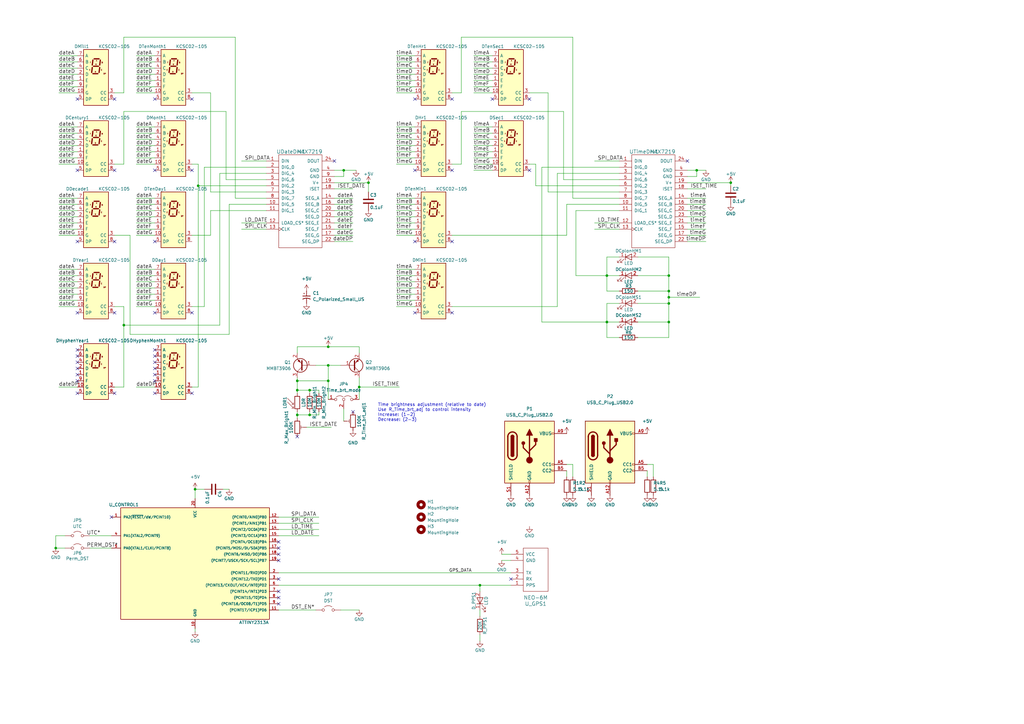
<source format=kicad_sch>
(kicad_sch (version 20231120) (generator "eeschema") (generator_version "8.0")
  (paper "A3")
  (junction (at 274.32 121.92))
  (junction (at 121.92 170.18))
  (junction (at 196.85 240.03))
  (junction (at 127 160.02))
  (junction (at 22.86 224.79))
  (junction (at 151.13 74.93))
  (junction (at 80.01 200.66))
  (junction (at 147.32 158.75))
  (junction (at 121.92 160.02))
  (junction (at 274.32 119.38))
  (junction (at 134.62 142.24))
  (junction (at 127 170.18))
  (junction (at 50.8 133.35))
  (junction (at 140.97 69.85))
  (junction (at 274.32 113.03))
  (junction (at 248.92 132.08))
  (junction (at 134.62 149.86))
  (junction (at 81.28 76.2))
  (junction (at 285.75 69.85))
  (junction (at 274.32 124.46))
  (junction (at 274.32 132.08))
  (junction (at 248.92 113.03))
  (junction (at 134.62 156.21))
  (junction (at 121.92 156.21))
  (junction (at 299.72 74.93))
  (no_connect (at 63.5 128.27))
  (no_connect (at 144.78 168.91))
  (no_connect (at 63.5 146.05))
  (no_connect (at 31.75 40.64))
  (no_connect (at 46.99 99.06))
  (no_connect (at 78.74 161.29))
  (no_connect (at 46.99 128.27))
  (no_connect (at 31.75 128.27))
  (no_connect (at 78.74 69.85))
  (no_connect (at 63.5 99.06))
  (no_connect (at 114.3 242.57))
  (no_connect (at 185.42 128.27))
  (no_connect (at 63.5 161.29))
  (no_connect (at 217.17 69.85))
  (no_connect (at 114.3 229.87))
  (no_connect (at 31.75 69.85))
  (no_connect (at 45.72 212.09))
  (no_connect (at 185.42 40.64))
  (no_connect (at 31.75 143.51))
  (no_connect (at 63.5 151.13))
  (no_connect (at 114.3 247.65))
  (no_connect (at 281.94 66.04))
  (no_connect (at 185.42 99.06))
  (no_connect (at 78.74 40.64))
  (no_connect (at 170.18 99.06))
  (no_connect (at 78.74 128.27))
  (no_connect (at 114.3 237.49))
  (no_connect (at 114.3 227.33))
  (no_connect (at 114.3 245.11))
  (no_connect (at 31.75 148.59))
  (no_connect (at 31.75 151.13))
  (no_connect (at 63.5 69.85))
  (no_connect (at 121.92 179.07))
  (no_connect (at 31.75 99.06))
  (no_connect (at 63.5 153.67))
  (no_connect (at 63.5 40.64))
  (no_connect (at 137.16 66.04))
  (no_connect (at 31.75 146.05))
  (no_connect (at 46.99 69.85))
  (no_connect (at 217.17 40.64))
  (no_connect (at 31.75 156.21))
  (no_connect (at 63.5 156.21))
  (no_connect (at 46.99 40.64))
  (no_connect (at 114.3 224.79))
  (no_connect (at 170.18 69.85))
  (no_connect (at 31.75 153.67))
  (no_connect (at 114.3 222.25))
  (no_connect (at 63.5 148.59))
  (no_connect (at 31.75 161.29))
  (no_connect (at 209.55 237.49))
  (no_connect (at 201.93 40.64))
  (no_connect (at 185.42 69.85))
  (no_connect (at 63.5 143.51))
  (no_connect (at 46.99 161.29))
  (no_connect (at 170.18 128.27))
  (no_connect (at 170.18 40.64))
  (wire (pts (xy 254 113.03) (xy 248.92 113.03)))
  (wire (pts (xy 274.32 121.92) (xy 287.02 121.92)))
  (wire (pts (xy 274.32 124.46) (xy 274.32 132.08)))
  (wire (pts (xy 31.75 57.15) (xy 24.13 57.15)))
  (wire (pts (xy 232.41 190.5) (xy 234.95 190.5)))
  (wire (pts (xy 170.18 115.57) (xy 162.56 115.57)))
  (wire (pts (xy 31.75 91.44) (xy 24.13 91.44)))
  (wire (pts (xy 134.62 149.86) (xy 139.7 149.86)))
  (wire (pts (xy 137.16 83.82) (xy 144.78 83.82)))
  (wire (pts (xy 274.32 138.43) (xy 274.32 132.08)))
  (wire (pts (xy 63.5 115.57) (xy 55.88 115.57)))
  (wire (pts (xy 93.98 83.82) (xy 109.22 83.82)))
  (wire (pts (xy 109.22 66.04) (xy 99.06 66.04)))
  (wire (pts (xy 31.75 118.11) (xy 24.13 118.11)))
  (wire (pts (xy 209.55 240.03) (xy 196.85 240.03)))
  (wire (pts (xy 121.92 168.91) (xy 121.92 170.18)))
  (wire (pts (xy 109.22 93.98) (xy 99.06 93.98)))
  (wire (pts (xy 201.93 22.86) (xy 194.31 22.86)))
  (wire (pts (xy 140.97 72.39) (xy 140.97 69.85)))
  (wire (pts (xy 285.75 72.39) (xy 285.75 69.85)))
  (wire (pts (xy 78.74 125.73) (xy 83.82 125.73)))
  (wire (pts (xy 86.36 86.36) (xy 86.36 96.52)))
  (wire (pts (xy 201.93 33.02) (xy 194.31 33.02)))
  (wire (pts (xy 170.18 64.77) (xy 162.56 64.77)))
  (wire (pts (xy 274.32 121.92) (xy 274.32 119.38)))
  (wire (pts (xy 86.36 78.74) (xy 109.22 78.74)))
  (wire (pts (xy 109.22 86.36) (xy 86.36 86.36)))
  (wire (pts (xy 81.28 158.75) (xy 81.28 76.2)))
  (wire (pts (xy 114.3 212.09) (xy 130.81 212.09)))
  (wire (pts (xy 31.75 33.02) (xy 24.13 33.02)))
  (wire (pts (xy 31.75 93.98) (xy 24.13 93.98)))
  (wire (pts (xy 90.17 133.35) (xy 90.17 71.12)))
  (wire (pts (xy 170.18 33.02) (xy 162.56 33.02)))
  (wire (pts (xy 274.32 105.41) (xy 274.32 113.03)))
  (wire (pts (xy 81.28 67.31) (xy 81.28 76.2)))
  (wire (pts (xy 63.5 64.77) (xy 55.88 64.77)))
  (wire (pts (xy 201.93 52.07) (xy 194.31 52.07)))
  (wire (pts (xy 63.5 158.75) (xy 55.88 158.75)))
  (wire (pts (xy 50.8 133.35) (xy 50.8 158.75)))
  (wire (pts (xy 63.5 120.65) (xy 55.88 120.65)))
  (wire (pts (xy 140.97 167.64) (xy 140.97 172.72)))
  (wire (pts (xy 254 124.46) (xy 248.92 124.46)))
  (wire (pts (xy 201.93 64.77) (xy 194.31 64.77)))
  (wire (pts (xy 170.18 86.36) (xy 162.56 86.36)))
  (wire (pts (xy 63.5 125.73) (xy 55.88 125.73)))
  (wire (pts (xy 201.93 59.69) (xy 194.31 59.69)))
  (wire (pts (xy 127 160.02) (xy 130.81 160.02)))
  (wire (pts (xy 96.52 81.28) (xy 96.52 15.24)))
  (wire (pts (xy 139.7 250.19) (xy 147.32 250.19)))
  (wire (pts (xy 114.3 219.71) (xy 130.81 219.71)))
  (wire (pts (xy 170.18 30.48) (xy 162.56 30.48)))
  (wire (pts (xy 281.94 83.82) (xy 289.56 83.82)))
  (wire (pts (xy 261.62 113.03) (xy 274.32 113.03)))
  (wire (pts (xy 170.18 67.31) (xy 162.56 67.31)))
  (wire (pts (xy 170.18 113.03) (xy 162.56 113.03)))
  (wire (pts (xy 254 86.36) (xy 236.22 86.36)))
  (wire (pts (xy 78.74 158.75) (xy 81.28 158.75)))
  (wire (pts (xy 170.18 62.23) (xy 162.56 62.23)))
  (wire (pts (xy 50.8 125.73) (xy 46.99 125.73)))
  (wire (pts (xy 31.75 54.61) (xy 24.13 54.61)))
  (wire (pts (xy 217.17 67.31) (xy 219.71 67.31)))
  (wire (pts (xy 281.94 86.36) (xy 289.56 86.36)))
  (wire (pts (xy 170.18 123.19) (xy 162.56 123.19)))
  (wire (pts (xy 201.93 35.56) (xy 194.31 35.56)))
  (wire (pts (xy 31.75 38.1) (xy 24.13 38.1)))
  (wire (pts (xy 274.32 113.03) (xy 274.32 119.38)))
  (wire (pts (xy 63.5 54.61) (xy 55.88 54.61)))
  (wire (pts (xy 170.18 118.11) (xy 162.56 118.11)))
  (wire (pts (xy 31.75 62.23) (xy 24.13 62.23)))
  (wire (pts (xy 31.75 52.07) (xy 24.13 52.07)))
  (wire (pts (xy 26.67 224.79) (xy 22.86 224.79)))
  (wire (pts (xy 92.71 45.72) (xy 50.8 45.72)))
  (wire (pts (xy 201.93 30.48) (xy 194.31 30.48)))
  (wire (pts (xy 121.92 156.21) (xy 121.92 160.02)))
  (wire (pts (xy 31.75 67.31) (xy 24.13 67.31)))
  (wire (pts (xy 134.62 156.21) (xy 134.62 149.86)))
  (wire (pts (xy 63.5 91.44) (xy 55.88 91.44)))
  (wire (pts (xy 170.18 57.15) (xy 162.56 57.15)))
  (wire (pts (xy 63.5 96.52) (xy 55.88 96.52)))
  (wire (pts (xy 50.8 133.35) (xy 90.17 133.35)))
  (wire (pts (xy 63.5 35.56) (xy 55.88 35.56)))
  (wire (pts (xy 31.75 113.03) (xy 24.13 113.03)))
  (wire (pts (xy 170.18 125.73) (xy 162.56 125.73)))
  (wire (pts (xy 281.94 74.93) (xy 299.72 74.93)))
  (wire (pts (xy 63.5 33.02) (xy 55.88 33.02)))
  (wire (pts (xy 170.18 54.61) (xy 162.56 54.61)))
  (wire (pts (xy 31.75 25.4) (xy 24.13 25.4)))
  (wire (pts (xy 232.41 193.04) (xy 232.41 195.58)))
  (wire (pts (xy 31.75 115.57) (xy 24.13 115.57)))
  (wire (pts (xy 170.18 35.56) (xy 162.56 35.56)))
  (wire (pts (xy 281.94 99.06) (xy 289.56 99.06)))
  (wire (pts (xy 31.75 81.28) (xy 24.13 81.28)))
  (wire (pts (xy 63.5 81.28) (xy 55.88 81.28)))
  (wire (pts (xy 63.5 67.31) (xy 55.88 67.31)))
  (wire (pts (xy 53.34 96.52) (xy 46.99 96.52)))
  (wire (pts (xy 46.99 67.31) (xy 50.8 67.31)))
  (wire (pts (xy 201.93 27.94) (xy 194.31 27.94)))
  (wire (pts (xy 121.92 142.24) (xy 134.62 142.24)))
  (wire (pts (xy 248.92 119.38) (xy 248.92 113.03)))
  (wire (pts (xy 248.92 105.41) (xy 254 105.41)))
  (wire (pts (xy 31.75 64.77) (xy 24.13 64.77)))
  (wire (pts (xy 201.93 38.1) (xy 194.31 38.1)))
  (wire (pts (xy 254 66.04) (xy 243.84 66.04)))
  (wire (pts (xy 137.16 88.9) (xy 144.78 88.9)))
  (wire (pts (xy 81.28 76.2) (xy 109.22 76.2)))
  (wire (pts (xy 254 68.58) (xy 222.25 68.58)))
  (wire (pts (xy 46.99 38.1) (xy 50.8 38.1)))
  (wire (pts (xy 127 170.18) (xy 121.92 170.18)))
  (wire (pts (xy 254 119.38) (xy 248.92 119.38)))
  (wire (pts (xy 83.82 68.58) (xy 83.82 125.73)))
  (wire (pts (xy 281.94 72.39) (xy 285.75 72.39)))
  (wire (pts (xy 201.93 69.85) (xy 194.31 69.85)))
  (wire (pts (xy 129.54 149.86) (xy 134.62 149.86)))
  (wire (pts (xy 222.25 68.58) (xy 222.25 132.08)))
  (wire (pts (xy 231.14 45.72) (xy 189.23 45.72)))
  (wire (pts (xy 114.3 214.63) (xy 130.81 214.63)))
  (wire (pts (xy 127 160.02) (xy 121.92 160.02)))
  (wire (pts (xy 63.5 52.07) (xy 55.88 52.07)))
  (wire (pts (xy 137.16 81.28) (xy 144.78 81.28)))
  (wire (pts (xy 114.3 217.17) (xy 130.81 217.17)))
  (wire (pts (xy 196.85 240.03) (xy 114.3 240.03)))
  (wire (pts (xy 281.94 91.44) (xy 289.56 91.44)))
  (wire (pts (xy 121.92 160.02) (xy 121.92 161.29)))
  (wire (pts (xy 83.82 200.66) (xy 80.01 200.66)))
  (wire (pts (xy 137.16 69.85) (xy 140.97 69.85)))
  (wire (pts (xy 36.83 219.71) (xy 45.72 219.71)))
  (wire (pts (xy 254 138.43) (xy 248.92 138.43)))
  (wire (pts (xy 201.93 54.61) (xy 194.31 54.61)))
  (wire (pts (xy 63.5 93.98) (xy 55.88 93.98)))
  (wire (pts (xy 109.22 81.28) (xy 96.52 81.28)))
  (wire (pts (xy 130.81 170.18) (xy 127 170.18)))
  (wire (pts (xy 274.32 121.92) (xy 274.32 124.46)))
  (wire (pts (xy 63.5 30.48) (xy 55.88 30.48)))
  (wire (pts (xy 170.18 83.82) (xy 162.56 83.82)))
  (wire (pts (xy 31.75 96.52) (xy 24.13 96.52)))
  (wire (pts (xy 134.62 156.21) (xy 134.62 163.83)))
  (wire (pts (xy 209.55 229.87) (xy 205.74 229.87)))
  (wire (pts (xy 31.75 22.86) (xy 24.13 22.86)))
  (wire (pts (xy 63.5 118.11) (xy 55.88 118.11)))
  (wire (pts (xy 121.92 154.94) (xy 121.92 156.21)))
  (wire (pts (xy 31.75 59.69) (xy 24.13 59.69)))
  (wire (pts (xy 137.16 93.98) (xy 144.78 93.98)))
  (wire (pts (xy 109.22 73.66) (xy 92.71 73.66)))
  (wire (pts (xy 125.73 175.26) (xy 135.89 175.26)))
  (wire (pts (xy 147.32 154.94) (xy 147.32 158.75)))
  (wire (pts (xy 281.94 88.9) (xy 289.56 88.9)))
  (wire (pts (xy 121.92 144.78) (xy 121.92 142.24)))
  (wire (pts (xy 63.5 123.19) (xy 55.88 123.19)))
  (wire (pts (xy 299.72 74.93) (xy 299.72 76.2)))
  (wire (pts (xy 127 161.29) (xy 127 160.02)))
  (wire (pts (xy 189.23 15.24) (xy 189.23 38.1)))
  (wire (pts (xy 170.18 91.44) (xy 162.56 91.44)))
  (wire (pts (xy 22.86 219.71) (xy 22.86 224.79)))
  (wire (pts (xy 201.93 62.23) (xy 194.31 62.23)))
  (wire (pts (xy 140.97 69.85) (xy 146.05 69.85)))
  (wire (pts (xy 281.94 69.85) (xy 285.75 69.85)))
  (wire (pts (xy 265.43 193.04) (xy 265.43 195.58)))
  (wire (pts (xy 261.62 124.46) (xy 274.32 124.46)))
  (wire (pts (xy 196.85 260.35) (xy 196.85 262.89)))
  (wire (pts (xy 170.18 25.4) (xy 162.56 25.4)))
  (wire (pts (xy 96.52 15.24) (xy 50.8 15.24)))
  (wire (pts (xy 170.18 93.98) (xy 162.56 93.98)))
  (wire (pts (xy 170.18 81.28) (xy 162.56 81.28)))
  (wire (pts (xy 185.42 96.52) (xy 232.41 96.52)))
  (wire (pts (xy 170.18 88.9) (xy 162.56 88.9)))
  (wire (pts (xy 137.16 96.52) (xy 144.78 96.52)))
  (wire (pts (xy 185.42 38.1) (xy 189.23 38.1)))
  (wire (pts (xy 232.41 96.52) (xy 232.41 83.82)))
  (wire (pts (xy 228.6 71.12) (xy 254 71.12)))
  (wire (pts (xy 224.79 78.74) (xy 254 78.74)))
  (wire (pts (xy 217.17 38.1) (xy 224.79 38.1)))
  (wire (pts (xy 31.75 88.9) (xy 24.13 88.9)))
  (wire (pts (xy 151.13 78.74) (xy 151.13 74.93)))
  (wire (pts (xy 63.5 57.15) (xy 55.88 57.15)))
  (wire (pts (xy 281.94 81.28) (xy 289.56 81.28)))
  (wire (pts (xy 63.5 22.86) (xy 55.88 22.86)))
  (wire (pts (xy 219.71 67.31) (xy 219.71 76.2)))
  (wire (pts (xy 196.85 250.19) (xy 196.85 252.73)))
  (wire (pts (xy 261.62 138.43) (xy 274.32 138.43)))
  (wire (pts (xy 63.5 113.03) (xy 55.88 113.03)))
  (wire (pts (xy 261.62 132.08) (xy 274.32 132.08)))
  (wire (pts (xy 78.74 67.31) (xy 81.28 67.31)))
  (wire (pts (xy 50.8 45.72) (xy 50.8 67.31)))
  (wire (pts (xy 236.22 113.03) (xy 248.92 113.03)))
  (wire (pts (xy 31.75 158.75) (xy 24.13 158.75)))
  (wire (pts (xy 63.5 59.69) (xy 55.88 59.69)))
  (wire (pts (xy 127 168.91) (xy 127 170.18)))
  (wire (pts (xy 234.95 81.28) (xy 234.95 15.24)))
  (wire (pts (xy 121.92 170.18) (xy 121.92 171.45)))
  (wire (pts (xy 50.8 125.73) (xy 50.8 133.35)))
  (wire (pts (xy 248.92 138.43) (xy 248.92 132.08)))
  (wire (pts (xy 234.95 190.5) (xy 234.95 195.58)))
  (wire (pts (xy 137.16 99.06) (xy 144.78 99.06)))
  (wire (pts (xy 189.23 45.72) (xy 189.23 67.31)))
  (wire (pts (xy 130.81 168.91) (xy 130.81 170.18)))
  (wire (pts (xy 109.22 68.58) (xy 83.82 68.58)))
  (wire (pts (xy 281.94 96.52) (xy 289.56 96.52)))
  (wire (pts (xy 196.85 240.03) (xy 196.85 242.57)))
  (wire (pts (xy 170.18 27.94) (xy 162.56 27.94)))
  (wire (pts (xy 26.67 219.71) (xy 22.86 219.71)))
  (wire (pts (xy 86.36 38.1) (xy 86.36 78.74)))
  (wire (pts (xy 170.18 110.49) (xy 162.56 110.49)))
  (wire (pts (xy 93.98 137.16) (xy 93.98 83.82)))
  (wire (pts (xy 222.25 132.08) (xy 248.92 132.08)))
  (wire (pts (xy 147.32 158.75) (xy 163.83 158.75)))
  (wire (pts (xy 236.22 86.36) (xy 236.22 113.03)))
  (wire (pts (xy 267.97 190.5) (xy 267.97 195.58)))
  (wire (pts (xy 31.75 123.19) (xy 24.13 123.19)))
  (wire (pts (xy 36.83 224.79) (xy 45.72 224.79)))
  (wire (pts (xy 170.18 38.1) (xy 162.56 38.1)))
  (wire (pts (xy 90.17 71.12) (xy 109.22 71.12)))
  (wire (pts (xy 201.93 25.4) (xy 194.31 25.4)))
  (wire (pts (xy 93.98 200.66) (xy 91.44 200.66)))
  (wire (pts (xy 31.75 83.82) (xy 24.13 83.82)))
  (wire (pts (xy 285.75 69.85) (xy 289.56 69.85)))
  (wire (pts (xy 53.34 137.16) (xy 93.98 137.16)))
  (wire (pts (xy 137.16 72.39) (xy 140.97 72.39)))
  (wire (pts (xy 137.16 77.47) (xy 144.78 77.47)))
  (wire (pts (xy 63.5 62.23) (xy 55.88 62.23)))
  (wire (pts (xy 53.34 96.52) (xy 53.34 137.16)))
  (wire (pts (xy 170.18 52.07) (xy 162.56 52.07)))
  (wire (pts (xy 31.75 120.65) (xy 24.13 120.65)))
  (wire (pts (xy 248.92 113.03) (xy 248.92 105.41)))
  (wire (pts (xy 228.6 125.73) (xy 228.6 71.12)))
  (wire (pts (xy 137.16 91.44) (xy 144.78 91.44)))
  (wire (pts (xy 63.5 110.49) (xy 55.88 110.49)))
  (wire (pts (xy 31.75 110.49) (xy 24.13 110.49)))
  (wire (pts (xy 281.94 77.47) (xy 289.56 77.47)))
  (wire (pts (xy 109.22 91.44) (xy 99.06 91.44)))
  (wire (pts (xy 224.79 38.1) (xy 224.79 78.74)))
  (wire (pts (xy 78.74 38.1) (xy 86.36 38.1)))
  (wire (pts (xy 63.5 88.9) (xy 55.88 88.9)))
  (wire (pts (xy 80.01 200.66) (xy 80.01 204.47)))
  (wire (pts (xy 129.54 250.19) (xy 114.3 250.19)))
  (wire (pts (xy 63.5 83.82) (xy 55.88 83.82)))
  (wire (pts (xy 170.18 120.65) (xy 162.56 120.65)))
  (wire (pts (xy 31.75 27.94) (xy 24.13 27.94)))
  (wire (pts (xy 121.92 156.21) (xy 134.62 156.21)))
  (wire (pts (xy 265.43 190.5) (xy 267.97 190.5)))
  (wire (pts (xy 63.5 27.94) (xy 55.88 27.94)))
  (wire (pts (xy 151.13 74.93) (xy 137.16 74.93)))
  (wire (pts (xy 170.18 59.69) (xy 162.56 59.69)))
  (wire (pts (xy 63.5 38.1) (xy 55.88 38.1)))
  (wire (pts (xy 134.62 142.24) (xy 147.32 142.24)))
  (wire (pts (xy 261.62 105.41) (xy 274.32 105.41)))
  (wire (pts (xy 231.14 73.66) (xy 231.14 45.72)))
  (wire (pts (xy 50.8 15.24) (xy 50.8 38.1)))
  (wire (pts (xy 31.75 30.48) (xy 24.13 30.48)))
  (wire (pts (xy 201.93 57.15) (xy 194.31 57.15)))
  (wire (pts (xy 232.41 83.82) (xy 254 83.82)))
  (wire (pts (xy 63.5 86.36) (xy 55.88 86.36)))
  (wire (pts (xy 281.94 93.98) (xy 289.56 93.98)))
  (wire (pts (xy 92.71 73.66) (xy 92.71 45.72)))
  (wire (pts (xy 254 91.44) (xy 243.84 91.44)))
  (wire (pts (xy 254 73.66) (xy 231.14 73.66)))
  (wire (pts (xy 219.71 76.2) (xy 254 76.2)))
  (wire (pts (xy 248.92 124.46) (xy 248.92 132.08)))
  (wire (pts (xy 254 81.28) (xy 234.95 81.28)))
  (wire (pts (xy 170.18 22.86) (xy 162.56 22.86)))
  (wire (pts (xy 31.75 125.73) (xy 24.13 125.73)))
  (wire (pts (xy 130.81 161.29) (xy 130.81 160.02)))
  (wire (pts (xy 137.16 86.36) (xy 144.78 86.36)))
  (wire (pts (xy 63.5 25.4) (xy 55.88 25.4)))
  (wire (pts (xy 261.62 119.38) (xy 274.32 119.38)))
  (wire (pts (xy 209.55 234.95) (xy 114.3 234.95)))
  (wire (pts (xy 234.95 15.24) (xy 189.23 15.24)))
  (wire (pts (xy 201.93 67.31) (xy 194.31 67.31)))
  (wire (pts (xy 185.42 67.31) (xy 189.23 67.31)))
  (wire (pts (xy 80.01 257.81) (xy 80.01 259.08)))
  (wire (pts (xy 31.75 86.36) (xy 24.13 86.36)))
  (wire (pts (xy 254 93.98) (xy 243.84 93.98)))
  (wire (pts (xy 170.18 96.52) (xy 162.56 96.52)))
  (wire (pts (xy 185.42 125.73) (xy 228.6 125.73)))
  (wire (pts (xy 248.92 132.08) (xy 254 132.08)))
  (wire (pts (xy 50.8 158.75) (xy 46.99 158.75)))
  (wire (pts (xy 147.32 158.75) (xy 147.32 163.83)))
  (wire (pts (xy 205.74 227.33) (xy 209.55 227.33)))
  (wire (pts (xy 31.75 35.56) (xy 24.13 35.56)))
  (wire (pts (xy 147.32 142.24) (xy 147.32 144.78)))
  (wire (pts (xy 78.74 96.52) (xy 86.36 96.52)))
  (text "Time brightness adjustment (relative to date)\nUse R_Time_brt_adj to control intensity\nIncrease: (1-2)\nDecrease: (2-3)\n\n" (at 154.94 165.354 0) (effects (font (size 1.27 1.27)) (justify left top)))
  (label "dateA" (at 24.13 81.28 0) (effects (font (size 1.524 1.524))))
  (label "timeG" (at 162.56 67.31 0) (effects (font (size 1.524 1.524))))
  (label "SPI_CLK" (at 119.38 214.63 0) (effects (font (size 1.524 1.524))))
  (label "dateA" (at 24.13 110.49 0) (effects (font (size 1.524 1.524))))
  (label "dateE" (at 24.13 120.65 0) (effects (font (size 1.524 1.524))))
  (label "timeC" (at 162.56 27.94 0) (effects (font (size 1.524 1.524))))
  (label "dateF" (at 55.88 64.77 0) (effects (font (size 1.524 1.524))))
  (label "ISET_DATE" (at 127 175.26 0) (effects (font (size 1.524 1.524))))
  (label "timeE" (at 162.56 91.44 0) (effects (font (size 1.524 1.524))))
  (label "timeF" (at 289.56 93.98 180) (effects (font (size 1.524 1.524))))
  (label "dateG" (at 55.88 125.73 0) (effects (font (size 1.524 1.524))))
  (label "dateDP" (at 24.13 158.75 0) (effects (font (size 1.524 1.524))))
  (label "timeD" (at 162.56 88.9 0) (effects (font (size 1.524 1.524))))
  (label "dateE" (at 24.13 33.02 0) (effects (font (size 1.524 1.524))))
  (label "dateC" (at 55.88 86.36 0) (effects (font (size 1.524 1.524))))
  (label "SPI_CLK" (at 100.33 93.98 0) (effects (font (size 1.524 1.524))))
  (label "dateF" (at 55.88 35.56 0) (effects (font (size 1.524 1.524))))
  (label "dateDP" (at 144.78 99.06 180) (effects (font (size 1.524 1.524))))
  (label "timeC" (at 194.31 57.15 0) (effects (font (size 1.524 1.524))))
  (label "timeB" (at 162.56 25.4 0) (effects (font (size 1.524 1.524))))
  (label "dateD" (at 24.13 88.9 0) (effects (font (size 1.524 1.524))))
  (label "dateD" (at 55.88 30.48 0) (effects (font (size 1.524 1.524))))
  (label "timeF" (at 194.31 64.77 0) (effects (font (size 1.524 1.524))))
  (label "SPI_CLK" (at 245.11 93.98 0) (effects (font (size 1.524 1.524))))
  (label "dateG" (at 24.13 125.73 0) (effects (font (size 1.524 1.524))))
  (label "dateF" (at 24.13 123.19 0) (effects (font (size 1.524 1.524))))
  (label "dateA" (at 24.13 52.07 0) (effects (font (size 1.524 1.524))))
  (label "dateG" (at 55.88 38.1 0) (effects (font (size 1.524 1.524))))
  (label "timeDP" (at 194.31 69.85 0) (effects (font (size 1.524 1.524))))
  (label "dateB" (at 24.13 113.03 0) (effects (font (size 1.524 1.524))))
  (label "dateD" (at 144.78 88.9 180) (effects (font (size 1.524 1.524))))
  (label "timeA" (at 194.31 52.07 0) (effects (font (size 1.524 1.524))))
  (label "timeG" (at 162.56 38.1 0) (effects (font (size 1.524 1.524))))
  (label "timeA" (at 194.31 22.86 0) (effects (font (size 1.524 1.524))))
  (label "dateC" (at 144.78 86.36 180) (effects (font (size 1.524 1.524))))
  (label "timeB" (at 162.56 113.03 0) (effects (font (size 1.524 1.524))))
  (label "dateD" (at 24.13 30.48 0) (effects (font (size 1.524 1.524))))
  (label "timeA" (at 162.56 110.49 0) (effects (font (size 1.524 1.524))))
  (label "timeG" (at 162.56 125.73 0) (effects (font (size 1.524 1.524))))
  (label "dateF" (at 24.13 93.98 0) (effects (font (size 1.524 1.524))))
  (label "GPS_DATA" (at 184.15 234.95 0))
  (label "ISET_TIME" (at 163.83 158.75 180) (effects (font (size 1.524 1.524))))
  (label "dateB" (at 24.13 54.61 0) (effects (font (size 1.524 1.524))))
  (label "timeA" (at 289.56 81.28 180) (effects (font (size 1.524 1.524))))
  (label "dateG" (at 24.13 38.1 0) (effects (font (size 1.524 1.524))))
  (label "timeDP" (at 289.56 99.06 180) (effects (font (size 1.524 1.524))))
  (label "ISET_TIME" (at 283.21 77.47 0) (effects (font (size 1.524 1.524))))
  (label "dateE" (at 24.13 91.44 0) (effects (font (size 1.524 1.524))))
  (label "dateF" (at 24.13 64.77 0) (effects (font (size 1.524 1.524))))
  (label "dateB" (at 55.88 113.03 0) (effects (font (size 1.524 1.524))))
  (label "timeD" (at 162.56 59.69 0) (effects (font (size 1.524 1.524))))
  (label "timeD" (at 162.56 118.11 0) (effects (font (size 1.524 1.524))))
  (label "timeG" (at 194.31 67.31 0) (effects (font (size 1.524 1.524))))
  (label "dateC" (at 55.88 27.94 0) (effects (font (size 1.524 1.524))))
  (label "timeF" (at 162.56 64.77 0) (effects (font (size 1.524 1.524))))
  (label "timeG" (at 194.31 38.1 0) (effects (font (size 1.524 1.524))))
  (label "LD_TIME" (at 245.11 91.44 0) (effects (font (size 1.524 1.524))))
  (label "dateD" (at 55.88 118.11 0) (effects (font (size 1.524 1.524))))
  (label "timeD" (at 289.56 88.9 180) (effects (font (size 1.524 1.524))))
  (label "dateG" (at 24.13 96.52 0) (effects (font (size 1.524 1.524))))
  (label "SPI_DATA" (at 119.38 212.09 0) (effects (font (size 1.524 1.524))))
  (label "PERM_DST*" (at 35.56 224.79 0) (effects (font (size 1.524 1.524))))
  (label "dateD" (at 24.13 118.11 0) (effects (font (size 1.524 1.524))))
  (label "dateB" (at 24.13 25.4 0) (effects (font (size 1.524 1.524))))
  (label "dateE" (at 55.88 62.23 0) (effects (font (size 1.524 1.524))))
  (label "dateE" (at 55.88 120.65 0) (effects (font (size 1.524 1.524))))
  (label "LD_DATE" (at 119.38 219.71 0) (effects (font (size 1.524 1.524))))
  (label "timeC" (at 162.56 57.15 0) (effects (font (size 1.524 1.524))))
  (label "dateB" (at 24.13 83.82 0) (effects (font (size 1.524 1.524))))
  (label "timeE" (at 289.56 91.44 180) (effects (font (size 1.524 1.524))))
  (label "dateA" (at 55.88 81.28 0) (effects (font (size 1.524 1.524))))
  (label "timeD" (at 162.56 30.48 0) (effects (font (size 1.524 1.524))))
  (label "timeC" (at 289.56 86.36 180) (effects (font (size 1.524 1.524))))
  (label "timeF" (at 162.56 123.19 0) (effects (font (size 1.524 1.524))))
  (label "dateG" (at 55.88 96.52 0) (effects (font (size 1.524 1.524))))
  (label "dateE" (at 24.13 62.23 0) (effects (font (size 1.524 1.524))))
  (label "dateB" (at 55.88 25.4 0) (effects (font (size 1.524 1.524))))
  (label "timeB" (at 194.31 54.61 0) (effects (font (size 1.524 1.524))))
  (label "SPI_DATA" (at 100.33 66.04 0) (effects (font (size 1.524 1.524))))
  (label "timeE" (at 162.56 120.65 0) (effects (font (size 1.524 1.524))))
  (label "ISET_DATE" (at 138.43 77.47 0) (effects (font (size 1.524 1.524))))
  (label "dateC" (at 24.13 86.36 0) (effects (font (size 1.524 1.524))))
  (label "timeE" (at 194.31 33.02 0) (effects (font (size 1.524 1.524))))
  (label "timeA" (at 162.56 81.28 0) (effects (font (size 1.524 1.524))))
  (label "dateB" (at 55.88 83.82 0) (effects (font (size 1.524 1.524))))
  (label "dateF" (at 144.78 93.98 180) (effects (font (size 1.524 1.524))))
  (label "timeE" (at 162.56 62.23 0) (effects (font (size 1.524 1.524))))
  (label "dateC" (at 24.13 27.94 0) (effects (font (size 1.524 1.524))))
  (label "dateC" (at 24.13 57.15 0) (effects (font (size 1.524 1.524))))
  (label "timeB" (at 289.56 83.82 180) (effects (font (size 1.524 1.524))))
  (label "LD_TIME" (at 119.38 217.17 0) (effects (font (size 1.524 1.524))))
  (label "DST_EN*" (at 119.38 250.19 0) (effects (font (size 1.524 1.524))))
  (label "timeA" (at 162.56 52.07 0) (effects (font (size 1.524 1.524))))
  (label "timeB" (at 162.56 83.82 0) (effects (font (size 1.524 1.524))))
  (label "dateD" (at 55.88 59.69 0) (effects (font (size 1.524 1.524))))
  (label "dateF" (at 55.88 123.19 0) (effects (font (size 1.524 1.524))))
  (label "dateB" (at 55.88 54.61 0) (effects (font (size 1.524 1.524))))
  (label "timeE" (at 194.31 62.23 0) (effects (font (size 1.524 1.524))))
  (label "dateDP" (at 55.88 158.75 0) (effects (font (size 1.524 1.524))))
  (label "timeA" (at 162.56 22.86 0) (effects (font (size 1.524 1.524))))
  (label "timeDP" (at 285.75 121.92 180) (effects (font (size 1.524 1.524))))
  (label "timeD" (at 194.31 30.48 0) (effects (font (size 1.524 1.524))))
  (label "dateD" (at 55.88 88.9 0) (effects (font (size 1.524 1.524))))
  (label "timeB" (at 194.31 25.4 0) (effects (font (size 1.524 1.524))))
  (label "dateE" (at 55.88 33.02 0) (effects (font (size 1.524 1.524))))
  (label "timeD" (at 194.31 59.69 0) (effects (font (size 1.524 1.524))))
  (label "dateA" (at 55.88 110.49 0) (effects (font (size 1.524 1.524))))
  (label "dateA" (at 55.88 52.07 0) (effects (font (size 1.524 1.524))))
  (label "dateA" (at 144.78 81.28 180) (effects (font (size 1.524 1.524))))
  (label "LD_DATE" (at 100.33 91.44 0) (effects (font (size 1.524 1.524))))
  (label "dateA" (at 24.13 22.86 0) (effects (font (size 1.524 1.524))))
  (label "dateF" (at 55.88 93.98 0) (effects (font (size 1.524 1.524))))
  (label "dateB" (at 144.78 83.82 180) (effects (font (size 1.524 1.524))))
  (label "timeB" (at 162.56 54.61 0) (effects (font (size 1.524 1.524))))
  (label "timeG" (at 162.56 96.52 0) (effects (font (size 1.524 1.524))))
  (label "timeF" (at 162.56 35.56 0) (effects (font (size 1.524 1.524))))
  (label "timeE" (at 162.56 33.02 0) (effects (font (size 1.524 1.524))))
  (label "dateC" (at 24.13 115.57 0) (effects (font (size 1.524 1.524))))
  (label "dateA" (at 55.88 22.86 0) (effects (font (size 1.524 1.524))))
  (label "timeC" (at 194.31 27.94 0) (effects (font (size 1.524 1.524))))
  (label "dateG" (at 55.88 67.31 0) (effects (font (size 1.524 1.524))))
  (label "dateD" (at 24.13 59.69 0) (effects (font (size 1.524 1.524))))
  (label "dateF" (at 24.13 35.56 0) (effects (font (size 1.524 1.524))))
  (label "dateC" (at 55.88 57.15 0) (effects (font (size 1.524 1.524))))
  (label "dateE" (at 144.78 91.44 180) (effects (font (size 1.524 1.524))))
  (label "dateC" (at 55.88 115.57 0) (effects (font (size 1.524 1.524))))
  (label "dateG" (at 144.78 96.52 180) (effects (font (size 1.524 1.524))))
  (label "UTC*" (at 35.56 219.71 0) (effects (font (size 1.524 1.524))))
  (label "dateE" (at 55.88 91.44 0) (effects (font (size 1.524 1.524))))
  (label "timeC" (at 162.56 86.36 0) (effects (font (size 1.524 1.524))))
  (label "timeG" (at 289.56 96.52 180) (effects (font (size 1.524 1.524))))
  (label "timeC" (at 162.56 115.57 0) (effects (font (size 1.524 1.524))))
  (label "SPI_DATA" (at 245.11 66.04 0) (effects (font (size 1.524 1.524))))
  (label "dateG" (at 24.13 67.31 0) (effects (font (size 1.524 1.524))))
  (label "timeF" (at 194.31 35.56 0) (effects (font (size 1.524 1.524))))
  (label "timeF" (at 162.56 93.98 0) (effects (font (size 1.524 1.524))))
  (symbol (lib_id "precision-clock-rescue:KCSC02-105") (at 39.37 30.48 0) (unit 1)
    (property "Reference" "DMill1" (at 36.576 19.05 0) (effects (justify right)))
    (property "Value" "KCSC02-105" (at 40.386 19.05 0) (effects (justify left)))
    (property "Footprint" "precision clock:7seg0.56CC" (effects (hide yes)))
  )
  (symbol (lib_id "precision-clock-rescue:KCSC02-105") (at 39.37 59.69 0) (unit 1)
    (property "Reference" "DCentury1" (at 36.576 48.26 0) (effects (justify right)))
    (property "Value" "KCSC02-105" (at 40.386 48.26 0) (effects (justify left)))
    (property "Footprint" "precision clock:7seg0.56CC" (effects (hide yes)))
  )
  (symbol (lib_id "precision-clock-rescue:KCSC02-105") (at 39.37 88.9 0) (unit 1)
    (property "Reference" "DDecade1" (at 36.576 77.47 0) (effects (justify right)))
    (property "Value" "KCSC02-105" (at 40.386 77.47 0) (effects (justify left)))
    (property "Footprint" "precision clock:7seg0.56CC" (effects (hide yes)))
  )
  (symbol (lib_id "precision-clock-rescue:KCSC02-105") (at 39.37 118.11 0) (unit 1)
    (property "Reference" "DYear1" (at 36.576 106.68 0) (effects (justify right)))
    (property "Value" "KCSC02-105" (at 40.386 106.68 0) (effects (justify left)))
    (property "Footprint" "precision clock:7seg0.56CC" (effects (hide yes)))
  )
  (symbol (lib_id "precision-clock-rescue:KCSC02-105") (at 71.12 30.48 0) (unit 1)
    (property "Reference" "DTenMonth1" (at 68.326 19.05 0) (effects (justify right)))
    (property "Value" "KCSC02-105" (at 72.136 19.05 0) (effects (justify left)))
    (property "Footprint" "precision clock:7seg0.56CC" (effects (hide yes)))
  )
  (symbol (lib_id "precision-clock-rescue:KCSC02-105") (at 71.12 59.69 0) (unit 1)
    (property "Reference" "DMonth1" (at 68.326 48.26 0) (effects (justify right)))
    (property "Value" "KCSC02-105" (at 72.136 48.26 0) (effects (justify left)))
    (property "Footprint" "precision clock:7seg0.56CC" (effects (hide yes)))
  )
  (symbol (lib_id "precision-clock-rescue:KCSC02-105") (at 71.12 88.9 0) (unit 1)
    (property "Reference" "DTenDay1" (at 68.326 77.47 0) (effects (justify right)))
    (property "Value" "KCSC02-105" (at 72.136 77.47 0) (effects (justify left)))
    (property "Footprint" "precision clock:7seg0.56CC" (effects (hide yes)))
  )
  (symbol (lib_id "precision-clock-rescue:KCSC02-105") (at 71.12 118.11 0) (unit 1)
    (property "Reference" "DDay1" (at 68.326 106.68 0) (effects (justify right)))
    (property "Value" "KCSC02-105" (at 72.136 106.68 0) (effects (justify left)))
    (property "Footprint" "precision clock:7seg0.56CC" (effects (hide yes)))
  )
  (symbol (lib_id "precision-clock-rescue:MAX7219") (at 125.73 90.17 0) (unit 1)
    (property "Reference" "UDateDrv1" (at 119.38 62.23 0) (effects (font (size 1.524 1.524))))
    (property "Value" "MAX7219" (at 127 62.23 0) (effects (font (size 1.524 1.524))))
    (property "Footprint" "Package_DIP:DIP-24_W7.62mm" (effects (hide yes)))
  )
  (symbol (lib_id "precision-clock-rescue:KCSC02-105") (at 39.37 151.13 0) (unit 1)
    (property "Reference" "DHyphenYear1" (at 36.576 139.7 0) (effects (justify right)))
    (property "Value" "KCSC02-105" (at 40.386 139.7 0) (effects (justify left)))
    (property "Footprint" "precision clock:7seg0.56CC" (effects (hide yes)))
  )
  (symbol (lib_id "precision-clock-rescue:KCSC02-105") (at 71.12 151.13 0) (unit 1)
    (property "Reference" "DHyphenMonth1" (at 68.326 139.7 0) (effects (justify right)))
    (property "Value" "KCSC02-105" (at 72.136 139.7 0) (effects (justify left)))
    (property "Footprint" "precision clock:7seg0.56CC" (effects (hide yes)))
  )
  (symbol (lib_id "precision-clock-rescue:KCSC02-105") (at 177.8 30.48 0) (unit 1)
    (property "Reference" "DTenHr1" (at 175.006 19.05 0) (effects (justify right)))
    (property "Value" "KCSC02-105" (at 178.816 19.05 0) (effects (justify left)))
    (property "Footprint" "precision clock:7seg0.8CC" (effects (hide yes)))
  )
  (symbol (lib_id "precision-clock-rescue:KCSC02-105") (at 177.8 59.69 0) (unit 1)
    (property "Reference" "DHr1" (at 175.006 48.26 0) (effects (justify right)))
    (property "Value" "KCSC02-105" (at 178.816 48.26 0) (effects (justify left)))
    (property "Footprint" "precision clock:7seg0.8CC" (effects (hide yes)))
  )
  (symbol (lib_id "precision-clock-rescue:KCSC02-105") (at 177.8 88.9 0) (unit 1)
    (property "Reference" "DTenMin1" (at 175.006 77.47 0) (effects (justify right)))
    (property "Value" "KCSC02-105" (at 178.816 77.47 0) (effects (justify left)))
    (property "Footprint" "precision clock:7seg0.8CC" (effects (hide yes)))
  )
  (symbol (lib_id "precision-clock-rescue:KCSC02-105") (at 177.8 118.11 0) (unit 1)
    (property "Reference" "DMin1" (at 175.006 106.68 0) (effects (justify right)))
    (property "Value" "KCSC02-105" (at 178.816 106.68 0) (effects (justify left)))
    (property "Footprint" "precision clock:7seg0.8CC" (effects (hide yes)))
  )
  (symbol (lib_id "precision-clock-rescue:KCSC02-105") (at 209.55 30.48 0) (unit 1)
    (property "Reference" "DTenSec1" (at 206.756 19.05 0) (effects (justify right)))
    (property "Value" "KCSC02-105" (at 210.566 19.05 0) (effects (justify left)))
    (property "Footprint" "precision clock:7seg0.8CC" (effects (hide yes)))
  )
  (symbol (lib_id "precision-clock-rescue:KCSC02-105") (at 209.55 59.69 0) (unit 1)
    (property "Reference" "DSec1" (at 206.756 48.26 0) (effects (justify right)))
    (property "Value" "KCSC02-105" (at 210.566 48.26 0) (effects (justify left)))
    (property "Footprint" "precision clock:7seg0.8CC" (effects (hide yes)))
  )
  (symbol (lib_id "precision-clock-rescue:MAX7219") (at 270.51 90.17 0) (unit 1)
    (property "Reference" "UTimeDrv1" (at 264.16 62.23 0) (effects (font (size 1.524 1.524))))
    (property "Value" "MAX7219" (at 271.78 62.23 0) (effects (font (size 1.524 1.524))))
    (property "Footprint" "Package_DIP:DIP-24_W7.62mm" (effects (hide yes)))
  )
  (symbol (lib_id "precision-clock-rescue:LED") (at 257.81 113.03 0) (unit 1)
    (property "Reference" "DColonHM2" (at 257.81 110.49 0))
    (property "Value" "LED" (at 257.81 115.57 0))
    (property "Footprint" "LED_THT:LED_D5.0mm" (effects (hide yes)))
  )
  (symbol (lib_id "precision-clock-rescue:LED") (at 257.81 124.46 0) (unit 1)
    (property "Reference" "DColonMS1" (at 257.81 121.92 0))
    (property "Value" "LED" (at 257.81 127 0))
    (property "Footprint" "LED_THT:LED_D5.0mm" (effects (hide yes)))
  )
  (symbol (lib_id "precision-clock-rescue:LED") (at 257.81 132.08 0) (unit 1)
    (property "Reference" "DColonMS2" (at 257.81 129.286 0))
    (property "Value" "LED" (at 257.81 134.62 0))
    (property "Footprint" "LED_THT:LED_D5.0mm" (effects (hide yes)))
  )
  (symbol (lib_id "precision-clock-rescue:LED") (at 257.81 105.41 0) (unit 1)
    (property "Reference" "DColonHM1" (at 257.81 102.87 0))
    (property "Value" "LED" (at 257.81 107.95 0))
    (property "Footprint" "LED_THT:LED_D5.0mm" (effects (hide yes)))
  )
  (symbol (lib_id "precision-clock-rescue:ATTINY2313A-PU") (at 80.01 232.41 0) (unit 1)
    (property "Reference" "U_CONTROL1" (at 50.8 207.01 0))
    (property "Value" "ATTINY2313A" (at 104.14 255.27 0))
    (property "Footprint" "Package_DIP:DIP-20_W7.62mm" (effects (hide yes)))
  )
  (symbol (lib_id "precision-clock-rescue:GND") (at 289.56 69.85 0) (unit 1)
    (property "Reference" "#PWR03" (effects (hide yes)))
    (property "Value" "GND" (at 289.56 73.66 0))
  )
  (symbol (lib_id "precision-clock-rescue:GND") (at 146.05 69.85 0) (unit 1)
    (property "Reference" "#PWR02" (effects (hide yes)))
    (property "Value" "GND" (at 146.05 73.66 0))
  )
  (symbol (lib_id "precision-clock-rescue:C") (at 87.63 200.66 270) (unit 1)
    (property "Reference" "C4" (at 90.17 201.295 0) (effects (justify left)))
    (property "Value" "0.1uF" (at 85.09 201.295 0) (effects (justify left)))
    (property "Footprint" "Capacitor_SMD:C_1206_3216Metric" (effects (hide yes)))
  )
  (symbol (lib_id "precision-clock-rescue:GND") (at 93.98 200.66 0) (unit 1)
    (property "Reference" "#PWR014" (effects (hide yes)))
    (property "Value" "GND" (at 93.98 204.47 0))
  )
  (symbol (lib_id "precision-clock-rescue:GND") (at 80.01 259.08 0) (unit 1)
    (property "Reference" "#PWR019" (effects (hide yes)))
    (property "Value" "GND" (at 80.01 262.89 0))
  )
  (symbol (lib_id "precision-clock-rescue:GND") (at 147.32 250.19 0) (unit 1)
    (property "Reference" "#PWR018" (effects (hide yes)))
    (property "Value" "GND" (at 147.32 254 0))
  )
  (symbol (lib_id "precision-clock-rescue:+5V") (at 151.13 74.93 0) (unit 1)
    (property "Reference" "#PWR04" (effects (hide yes)))
    (property "Value" "+5V" (at 151.13 71.374 0))
  )
  (symbol (lib_id "precision-clock-rescue:+5V") (at 299.72 74.93 0) (unit 1)
    (property "Reference" "#PWR05" (effects (hide yes)))
    (property "Value" "+5V" (at 299.72 71.374 0))
  )
  (symbol (lib_id "precision-clock-rescue:+5V") (at 134.62 142.24 0) (unit 1)
    (property "Reference" "#PWR011" (effects (hide yes)))
    (property "Value" "+5V" (at 134.62 138.684 0))
  )
  (symbol (lib_id "precision-clock-rescue:LDR03") (at 121.92 165.1 0) (unit 1)
    (property "Reference" "LDR1" (at 116.84 165.1 90))
    (property "Value" "LDR" (at 123.825 165.1 90) (effects (justify top)))
    (property "Footprint" "OptoDevice:R_LDR_4.9x4.2mm_P2.54mm_Vertical" (effects (hide yes)))
  )
  (symbol (lib_id "precision-clock-rescue:POT_TRIM") (at 121.92 175.26 0) (unit 1)
    (property "Reference" "R_Max_Bright1" (at 117.475 175.26 90))
    (property "Value" "100K" (at 119.38 175.26 90))
    (property "Footprint" "Potentiometer_THT:Potentiometer_Piher_PT-6-V_Vertical" (effects (hide yes)))
  )
  (symbol (lib_id "precision-clock-rescue:R") (at 127 165.1 0) (unit 1)
    (property "Reference" "R_Min_Bright1" (at 129.032 165.1 90))
    (property "Value" "10M" (at 127 165.1 90))
    (property "Footprint" "Resistor_THT:R_Axial_DIN0207_L6.3mm_D2.5mm_P7.62mm_Horizontal" (effects (hide yes)))
  )
  (symbol (lib_id "precision-clock-rescue:NEO6MV2") (at 231.14 213.36 0) (mirror x) (unit 1)
    (property "Reference" "U_GPS1" (at 219.71 247.65 0) (effects (font (size 1.524 1.524))))
    (property "Value" "NEO-6M" (at 219.71 245.11 0) (effects (font (size 1.524 1.524))))
    (property "Footprint" "Connector_PinSocket_2.54mm:PinSocket_1x05_P2.54mm_Horizontal" (effects (hide yes)))
  )
  (symbol (lib_id "precision-clock-rescue:GND") (at 205.74 229.87 0) (unit 1)
    (property "Reference" "#PWR017" (effects (hide yes)))
    (property "Value" "GND" (at 205.74 233.68 0))
  )
  (symbol (lib_id "precision-clock-rescue:LED") (at 196.85 246.38 90) (unit 1)
    (property "Reference" "D_PPS1" (at 194.31 246.38 0))
    (property "Value" "LED" (at 199.39 246.38 0))
    (property "Footprint" "LED_SMD:LED_1206_3216Metric" (effects (hide yes)))
  )
  (symbol (lib_id "precision-clock-rescue:R") (at 196.85 256.54 0) (unit 1)
    (property "Reference" "R_PPS1" (at 198.882 256.54 90))
    (property "Value" "20K" (at 196.85 256.54 90))
    (property "Footprint" "Resistor_SMD:R_1206_3216Metric" (effects (hide yes)))
  )
  (symbol (lib_id "precision-clock-rescue:GND") (at 196.85 262.89 0) (unit 1)
    (property "Reference" "#PWR020" (effects (hide yes)))
    (property "Value" "GND" (at 196.85 266.7 0))
  )
  (symbol (lib_id "precision-clock-rescue:C") (at 151.13 82.55 0) (unit 1)
    (property "Reference" "C3" (at 151.765 80.01 0) (effects (justify left)))
    (property "Value" "0.1uF" (at 151.765 85.09 0) (effects (justify left)))
    (property "Footprint" "Capacitor_SMD:C_1206_3216Metric" (effects (hide yes)))
  )
  (symbol (lib_id "precision-clock-rescue:GND") (at 151.13 86.36 0) (unit 1)
    (property "Reference" "#PWR07" (effects (hide yes)))
    (property "Value" "GND" (at 151.13 90.17 0))
  )
  (symbol (lib_id "precision-clock-rescue:C") (at 299.72 80.01 0) (unit 1)
    (property "Reference" "C2" (at 300.355 77.47 0) (effects (justify left)))
    (property "Value" "0.1uF" (at 300.355 82.55 0) (effects (justify left)))
    (property "Footprint" "Capacitor_SMD:C_1206_3216Metric" (effects (hide yes)))
  )
  (symbol (lib_id "precision-clock-rescue:GND") (at 299.72 83.82 0) (unit 1)
    (property "Reference" "#PWR06" (effects (hide yes)))
    (property "Value" "GND" (at 299.72 87.63 0))
  )
  (symbol (lib_id "Jumper:Jumper_2_Open") (at 31.75 224.79 0) (mirror y) (unit 1) (exclude_from_sim yes)
    (property "Reference" "JP6" (at 31.75 226.822 0))
    (property "Value" "Perm_DST" (at 31.75 229.108 0))
    (property "Footprint" "Connector_PinHeader_2.54mm:PinHeader_1x02_P2.54mm_Vertical" (effects (hide yes)))
    (property "Description" "Jumper, 2-pole, open" (effects (hide yes)))
  )
  (symbol (lib_id "power:+5V") (at 205.74 227.33 0) (unit 1)
    (property "Reference" "#PWR016" (effects (hide yes)))
    (property "Value" "+5V" (at 205.74 222.25 0))
    (property "Description" "Power symbol creates a global label with name \"+5V\"" (effects (hide yes)))
  )
  (symbol (lib_id "precision-clock-rescue:GND") (at 234.95 203.2 0) (mirror y) (unit 1)
    (property "Reference" "#PWR026" (effects (hide yes)))
    (property "Value" "GND" (at 234.95 207.01 0))
  )
  (symbol (lib_id "precision-clock-rescue:POT_TRIM") (at 144.78 172.72 180) (unit 1)
    (property "Reference" "R_Time_brt_adj1" (at 149.225 172.72 90))
    (property "Value" "100K" (at 147.32 172.72 90))
    (property "Footprint" "Potentiometer_THT:Potentiometer_Piher_PT-6-V_Vertical" (effects (hide yes)))
  )
  (symbol (lib_id "precision-clock-rescue:GND") (at 267.97 203.2 0) (mirror y) (unit 1)
    (property "Reference" "#PWR028" (effects (hide yes)))
    (property "Value" "GND" (at 267.97 207.01 0))
  )
  (symbol (lib_id "Jumper:Jumper_2_Open") (at 134.62 250.19 0) (unit 1) (exclude_from_sim yes)
    (property "Reference" "JP7" (at 134.62 243.84 0))
    (property "Value" "DST" (at 134.62 246.38 0))
    (property "Footprint" "Connector_PinHeader_2.54mm:PinHeader_1x02_P2.54mm_Vertical" (effects (hide yes)))
    (property "Description" "Jumper, 2-pole, open" (effects (hide yes)))
  )
  (symbol (lib_id "precision-clock-rescue:R") (at 130.81 165.1 0) (unit 1)
    (property "Reference" "R_Min_Bright2" (at 132.842 165.1 90))
    (property "Value" "10M" (at 130.81 165.1 90))
    (property "Footprint" "Resistor_SMD:R_1206_3216Metric" (effects (hide yes)))
  )
  (symbol (lib_id "precision-clock-rescue:R") (at 257.81 138.43 90) (unit 1)
    (property "Reference" "R6" (at 257.81 136.398 90))
    (property "Value" "150" (at 257.81 138.43 90))
    (property "Footprint" "Resistor_SMD:R_1206_3216Metric" (effects (hide yes)))
  )
  (symbol (lib_id "precision-clock-rescue:GND") (at 217.17 203.2 0) (mirror y) (unit 1)
    (property "Reference" "#PWR09" (effects (hide yes)))
    (property "Value" "GND" (at 217.17 207.01 0))
  )
  (symbol (lib_id "precision-clock-rescue:GND") (at 209.55 203.2 0) (mirror y) (unit 1)
    (property "Reference" "#PWR08" (effects (hide yes)))
    (property "Value" "GND" (at 209.55 207.01 0))
  )
  (symbol (lib_id "Device:R") (at 265.43 199.39 0) (unit 1)
    (property "Reference" "R4" (at 267.97 198.1199 0) (effects (justify left)))
    (property "Value" "5.1k" (at 267.97 200.6599 0) (effects (justify left)))
    (property "Footprint" "Resistor_SMD:R_1206_3216Metric" (effects (hide yes)))
    (property "Description" "Resistor" (effects (hide yes)))
  )
  (symbol (lib_id "power:+5V") (at 80.01 200.66 0) (unit 1)
    (property "Reference" "#PWR013" (effects (hide yes)))
    (property "Value" "+5V" (at 80.01 195.58 0))
    (property "Description" "Power symbol creates a global label with name \"+5V\"" (effects (hide yes)))
  )
  (symbol (lib_id "Mechanical:MountingHole") (at 172.72 207.01 0) (unit 1) (exclude_from_sim yes) (in_bom no)
    (property "Reference" "H1" (at 175.26 205.7399 0) (effects (justify left)))
    (property "Value" "MountingHole" (at 175.26 208.2799 0) (effects (justify left)))
    (property "Footprint" "MountingHole:MountingHole_3.2mm_M3" (effects (hide yes)))
    (property "Description" "Mounting Hole without connection" (effects (hide yes)))
  )
  (symbol (lib_id "power:+5V") (at 265.43 177.8 0) (unit 1)
    (property "Reference" "#PWR029" (effects (hide yes)))
    (property "Value" "+5V" (at 265.43 172.72 0))
    (property "Description" "Power symbol creates a global label with name \"+5V\"" (effects (hide yes)))
  )
  (symbol (lib_id "Device:R") (at 232.41 199.39 0) (unit 1)
    (property "Reference" "R1" (at 234.95 198.1199 0) (effects (justify left)))
    (property "Value" "5.1k" (at 234.95 200.6599 0) (effects (justify left)))
    (property "Footprint" "Resistor_SMD:R_1206_3216Metric" (effects (hide yes)))
    (property "Description" "Resistor" (effects (hide yes)))
  )
  (symbol (lib_id "precision-clock-rescue:R") (at 257.81 119.38 90) (unit 1)
    (property "Reference" "R3" (at 257.81 117.348 90))
    (property "Value" "150" (at 257.81 119.38 90))
    (property "Footprint" "Resistor_SMD:R_1206_3216Metric" (effects (hide yes)))
  )
  (symbol (lib_id "Jumper:Jumper_2_Open") (at 31.75 219.71 0) (mirror y) (unit 1) (exclude_from_sim yes)
    (property "Reference" "JP5" (at 31.75 213.36 0))
    (property "Value" "UTC" (at 31.75 215.9 0))
    (property "Footprint" "Connector_PinHeader_2.54mm:PinHeader_1x02_P2.54mm_Vertical" (effects (hide yes)))
    (property "Description" "Jumper, 2-pole, open" (effects (hide yes)))
  )
  (symbol (lib_id "precision-clock-rescue:GND") (at 125.73 124.46 0) (unit 1)
    (property "Reference" "#PWR025" (effects (hide yes)))
    (property "Value" "GND" (at 125.73 128.27 0))
  )
  (symbol (lib_id "Transistor_BJT:MMBT3906") (at 124.46 149.86 180) (unit 1)
    (property "Reference" "Q1" (at 119.38 148.5899 0) (effects (justify left)))
    (property "Value" "MMBT3906" (at 119.38 151.1299 0) (effects (justify left)))
    (property "Footprint" "Package_TO_SOT_SMD:SOT-23" (effects (hide yes)))
    (property "Datasheet" "https://www.onsemi.com/pdf/datasheet/pzt3906-d.pdf" (effects (hide yes)))
    (property "Description" "-0.2A Ic, -40V Vce, Small Signal PNP Transistor, SOT-23" (effects (hide yes)))
  )
  (symbol (lib_id "Mechanical:MountingHole") (at 172.72 217.17 0) (unit 1) (exclude_from_sim yes) (in_bom no)
    (property "Reference" "H3" (at 175.26 215.8999 0) (effects (justify left)))
    (property "Value" "MountingHole" (at 175.26 218.4399 0) (effects (justify left)))
    (property "Footprint" "MountingHole:MountingHole_2mm" (effects (hide yes)))
    (property "Description" "Mounting Hole without connection" (effects (hide yes)))
  )
  (symbol (lib_id "precision-clock-rescue:GND") (at 232.41 203.2 0) (mirror y) (unit 1)
    (property "Reference" "#PWR023" (effects (hide yes)))
    (property "Value" "GND" (at 232.41 207.01 0))
  )
  (symbol (lib_id "Mechanical:MountingHole") (at 172.72 212.09 0) (unit 1) (exclude_from_sim yes) (in_bom no)
    (property "Reference" "H2" (at 175.26 210.8199 0) (effects (justify left)))
    (property "Value" "MountingHole" (at 175.26 213.3599 0) (effects (justify left)))
    (property "Footprint" "MountingHole:MountingHole_2mm" (effects (hide yes)))
    (property "Description" "Mounting Hole without connection" (effects (hide yes)))
  )
  (symbol (lib_id "Jumper:Jumper_3_Open") (at 140.97 163.83 0) (unit 1) (exclude_from_sim yes) (in_bom no)
    (property "Reference" "JP4" (at 140.97 157.48 0))
    (property "Value" "Time_brt_mode" (at 140.97 160.02 0))
    (property "Footprint" "Connector_PinHeader_2.54mm:PinHeader_1x03_P2.54mm_Vertical" (effects (hide yes)))
    (property "Description" "Jumper, 3-pole, both open" (effects (hide yes)))
  )
  (symbol (lib_id "precision-clock-rescue:GND") (at 217.17 215.9 0) (unit 1)
    (property "Reference" "#PWR021" (effects (hide yes)))
    (property "Value" "GND" (at 217.17 219.71 0))
  )
  (symbol (lib_id "precision-clock-rescue:GND") (at 22.86 224.79 0) (unit 1)
    (property "Reference" "#PWR015" (effects (hide yes)))
    (property "Value" "GND" (at 22.86 228.6 0))
  )
  (symbol (lib_id "power:+5V") (at 232.41 177.8 0) (unit 1)
    (property "Reference" "#PWR01" (effects (hide yes)))
    (property "Value" "+5V" (at 232.41 172.72 0))
    (property "Description" "Power symbol creates a global label with name \"+5V\"" (effects (hide yes)))
  )
  (symbol (lib_id "Connector:USB_C_Receptacle_PowerOnly_6P") (at 250.19 185.42 0) (unit 1)
    (property "Reference" "P2" (at 250.19 162.56 0))
    (property "Value" "USB_C_Plug_USB2.0" (at 250.19 165.1 0))
    (property "Footprint" "Connector_USB:USB_C_Receptacle_HRO_TYPE-C-31-M-17" (effects (hide yes)))
    (property "Datasheet" "https://www.usb.org/sites/default/files/documents/usb_type-c.zip" (effects (hide yes)))
    (property "Description" "USB Power-Only 6P Type-C Receptacle connector" (effects (hide yes)))
  )
  (symbol (lib_id "power:+5V") (at 125.73 119.38 0) (unit 1)
    (property "Reference" "#PWR024" (effects (hide yes)))
    (property "Value" "+5V" (at 125.73 114.3 0))
    (property "Description" "Power symbol creates a global label with name \"+5V\"" (effects (hide yes)))
  )
  (symbol (lib_id "power:GND") (at 144.78 176.53 0) (unit 1)
    (property "Reference" "#PWR012" (effects (hide yes)))
    (property "Value" "GND" (at 144.78 181.61 0))
    (property "Description" "Power symbol creates a global label with name \"GND\" , ground" (effects (hide yes)))
  )
  (symbol (lib_id "Device:C_Polarized_Small_US") (at 125.73 121.92 0) (unit 1)
    (property "Reference" "C1" (at 128.27 120.2181 0) (effects (justify left)))
    (property "Value" "C_Polarized_Small_US" (at 128.27 122.7581 0) (effects (justify left)))
    (property "Footprint" "Capacitor_THT:CP_Radial_D5.0mm_P2.50mm" (effects (hide yes)))
    (property "Description" "Polarized capacitor, small US symbol" (effects (hide yes)))
  )
  (symbol (lib_id "Device:R") (at 234.95 199.39 0) (unit 1)
    (property "Reference" "R2" (at 237.49 198.1199 0) (effects (justify left)))
    (property "Value" "5.1k" (at 237.49 200.6599 0) (effects (justify left)))
    (property "Footprint" "Resistor_SMD:R_1206_3216Metric" (effects (hide yes)))
    (property "Description" "Resistor" (effects (hide yes)))
  )
  (symbol (lib_id "precision-clock-rescue:GND") (at 250.19 203.2 0) (mirror y) (unit 1)
    (property "Reference" "#PWR022" (effects (hide yes)))
    (property "Value" "GND" (at 250.19 207.01 0))
  )
  (symbol (lib_id "Connector:USB_C_Receptacle_PowerOnly_6P") (at 217.17 185.42 0) (unit 1)
    (property "Reference" "P1" (at 217.17 167.64 0))
    (property "Value" "USB_C_Plug_USB2.0" (at 217.17 170.18 0))
    (property "Footprint" "Connector_USB:USB_C_Receptacle_HRO_TYPE-C-31-M-17" (effects (hide yes)))
    (property "Datasheet" "https://www.usb.org/sites/default/files/documents/usb_type-c.zip" (effects (hide yes)))
    (property "Description" "USB Power-Only 6P Type-C Receptacle connector" (effects (hide yes)))
  )
  (symbol (lib_id "precision-clock-rescue:GND") (at 242.57 203.2 0) (mirror y) (unit 1)
    (property "Reference" "#PWR010" (effects (hide yes)))
    (property "Value" "GND" (at 242.57 207.01 0))
  )
  (symbol (lib_id "Device:R") (at 267.97 199.39 0) (unit 1)
    (property "Reference" "R5" (at 270.51 198.1199 0) (effects (justify left)))
    (property "Value" "5.1k" (at 270.51 200.6599 0) (effects (justify left)))
    (property "Footprint" "Resistor_SMD:R_1206_3216Metric" (effects (hide yes)))
    (property "Description" "Resistor" (effects (hide yes)))
  )
  (symbol (lib_id "precision-clock-rescue:GND") (at 265.43 203.2 0) (mirror y) (unit 1)
    (property "Reference" "#PWR027" (effects (hide yes)))
    (property "Value" "GND" (at 265.43 207.01 0))
  )
  (symbol (lib_id "Transistor_BJT:MMBT3906") (at 144.78 149.86 0) (mirror x) (unit 1)
    (property "Reference" "Q2" (at 149.86 148.5899 0) (effects (justify left)))
    (property "Value" "MMBT3906" (at 149.86 151.1299 0) (effects (justify left)))
    (property "Footprint" "Package_TO_SOT_SMD:SOT-23" (effects (hide yes)))
    (property "Datasheet" "https://www.onsemi.com/pdf/datasheet/pzt3906-d.pdf" (effects (hide yes)))
    (property "Description" "-0.2A Ic, -40V Vce, Small Signal PNP Transistor, SOT-23" (effects (hide yes)))
  )
)
</source>
